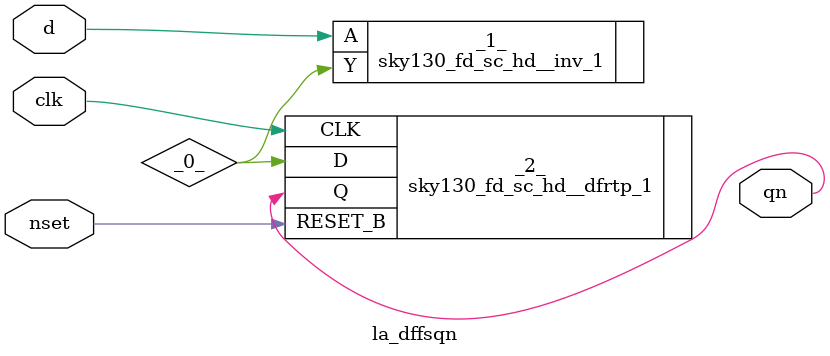
<source format=v>

/* Generated by Yosys 0.37 (git sha1 a5c7f69ed, clang 14.0.0-1ubuntu1.1 -fPIC -Os) */

module la_dffsqn(d, clk, nset, qn);
  wire _0_;
  input clk;
  wire clk;
  input d;
  wire d;
  input nset;
  wire nset;
  output qn;
  wire qn;
  sky130_fd_sc_hd__inv_1 _1_ (
    .A(d),
    .Y(_0_)
  );
  sky130_fd_sc_hd__dfrtp_1 _2_ (
    .CLK(clk),
    .D(_0_),
    .Q(qn),
    .RESET_B(nset)
  );
endmodule

</source>
